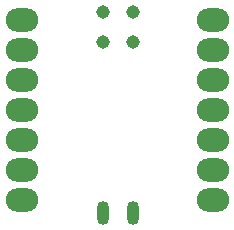
<source format=gbr>
%TF.GenerationSoftware,KiCad,Pcbnew,(6.0.7)*%
%TF.CreationDate,2023-03-01T01:03:30+09:00*%
%TF.ProjectId,airdata,61697264-6174-4612-9e6b-696361645f70,rev?*%
%TF.SameCoordinates,Original*%
%TF.FileFunction,Paste,Top*%
%TF.FilePolarity,Positive*%
%FSLAX46Y46*%
G04 Gerber Fmt 4.6, Leading zero omitted, Abs format (unit mm)*
G04 Created by KiCad (PCBNEW (6.0.7)) date 2023-03-01 01:03:30*
%MOMM*%
%LPD*%
G01*
G04 APERTURE LIST*
%ADD10O,2.748280X1.998980*%
%ADD11O,1.016000X2.032000*%
%ADD12C,1.143000*%
G04 APERTURE END LIST*
D10*
%TO.C,U2*%
X148358720Y-94025480D03*
X148358720Y-96565480D03*
X148358720Y-99105480D03*
X148358720Y-101645480D03*
X148358720Y-104185480D03*
X148358720Y-106725480D03*
X148358720Y-109265480D03*
X164523280Y-109265480D03*
X164523280Y-106725480D03*
X164523280Y-104185480D03*
X164523280Y-101645480D03*
X164523280Y-99105480D03*
X164523280Y-96565480D03*
X164523280Y-94025480D03*
D11*
X155225600Y-110343300D03*
X157775600Y-110343300D03*
D12*
X155224403Y-93339113D03*
X157764403Y-93339113D03*
X155224403Y-95879113D03*
X157764403Y-95879113D03*
%TD*%
M02*

</source>
